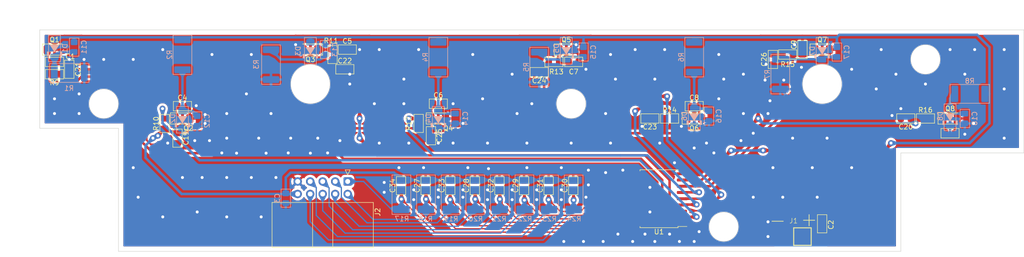
<source format=kicad_pcb>
(kicad_pcb (version 20221018) (generator pcbnew)
  (layers (0 "F.Cu" signal) (31 "B.Cu" signal) (34 "B.Paste" user) (35 "F.Paste" user) (36 "B.SilkS" user "B.Silkscreen") (37 "F.SilkS" user "F.Silkscreen") (38 "B.Mask" user) (39 "F.Mask" user) (44 "Edge.Cuts" user))
  (net 0 "")
  (net 1 "GNDA")
  (net 2 "/OUT1")
  (net 3 "/+24_LED_1")
  (net 4 "/+24_FT_1")
  (net 5 "/OUT2")
  (net 6 "/OUT3")
  (net 7 "/OUT4")
  (net 8 "/OUT5")
  (net 9 "/OUT6")
  (net 10 "/OUT7")
  (net 11 "/OUT8")
  (net 12 "Net-(D1-K)")
  (net 13 "Net-(D2-A)")
  (net 14 "Net-(D3-K)")
  (net 15 "Net-(D4-A)")
  (net 16 "Net-(D5-K)")
  (net 17 "Net-(D6-A)")
  (net 18 "Net-(D7-K)")
  (net 19 "Net-(D8-A)")
  (net 20 "/PhotoTransistor1/OUT")
  (net 21 "/PhotoTransistor2/OUT")
  (net 22 "/PhotoTransistor3/OUT")
  (net 23 "/PhotoTransistor4/OUT")
  (net 24 "/PhotoTransistor5/OUT")
  (net 25 "/PhotoTransistor6/OUT")
  (net 26 "/PhotoTransistor7/OUT")
  (net 27 "/PhotoTransistor8/OUT")
  (footprint "PCM_Resistor_SMD_AKL:R_0805_2012Metric_Pad1.20x1.40mm_HandSolder" (layer "F.Cu") (at 138.42 81.6575 90)
    (fp_text reference "C30")
    (fp_text value "0,1uF 100V 0805")
  )
  (footprint "Diode_SMD:D_1206_3216Metric_Pad1.42x1.75mm_HandSolder" (layer "F.Cu") (at 189.0125 54)
    (fp_text reference "Q7")
    (fp_text value "PT91-21B/TR7 (1206)")
  )
  (footprint "Diode_SMD:D_1206_3216Metric_Pad1.42x1.75mm_HandSolder" (layer "F.Cu") (at 85.0125 54 180)
    (fp_text reference "Q3")
    (fp_text value "PT91-21B/TR7 (1206)")
  )
  (footprint "PCM_Resistor_SMD_AKL:R_0805_2012Metric_Pad1.20x1.40mm_HandSolder" (layer "F.Cu") (at 123.42 81.6575 90)
    (fp_text reference "C32")
    (fp_text value "0,1uF 100V 0805")
  )
  (footprint "PCM_Resistor_SMD_AKL:R_0805_2012Metric_Pad1.20x1.40mm_HandSolder" (layer "F.Cu") (at 128.42 81.6575 90)
    (fp_text reference "C29")
    (fp_text value "0,1uF 100V 0805")
  )
  (footprint "PCM_Resistor_SMD_AKL:R_0805_2012Metric_Pad1.20x1.40mm_HandSolder" (layer "F.Cu") (at 179 56 -90)
    (fp_text reference "C26")
    (fp_text value "0,1uF 100V 0805")
  )
  (footprint "PCM_Resistor_SMD_AKL:R_0805_2012Metric_Pad1.20x1.40mm_HandSolder" (layer "F.Cu") (at 138.5 56.5)
    (fp_text reference "C7")
    (fp_text value "0,1uF 100V 0805")
  )
  (footprint "PCM_Resistor_SMD_AKL:R_0805_2012Metric_Pad1.20x1.40mm_HandSolder" (layer "F.Cu") (at 103.42 81.6575 90)
    (fp_text reference "C34")
    (fp_text value "0,1uF 100V 0805")
  )
  (footprint "PCM_Resistor_SMD_AKL:R_0805_2012Metric_Pad1.20x1.40mm_HandSolder" (layer "F.Cu") (at 182 55)
    (fp_text reference "R15")
    (fp_text value "0805-24 кОм±5%-0,125 Вт")
  )
  (footprint "Connector_IDC:IDC-Header_2x05_P2.54mm_Horizontal" (layer "F.Cu") (at 92.58 80.8025 -90)
    (fp_text reference "J2")
    (fp_text value "DS1013-01-10RSiB-B")
  )
  (footprint "PCM_Resistor_SMD_AKL:R_0805_2012Metric_Pad1.20x1.40mm_HandSolder" (layer "F.Cu") (at 33 56.5)
    (fp_text reference "C1")
    (fp_text value "0,1uF 100V 0805")
  )
  (footprint "PCM_Resistor_SMD_AKL:R_0805_2012Metric_Pad1.20x1.40mm_HandSolder" (layer "F.Cu") (at 131.5 58.6 180)
    (fp_text reference "C24")
    (fp_text value "0,1uF 100V 0805")
  )
  (footprint "PCM_Resistor_SMD_AKL:R_0805_2012Metric_Pad1.20x1.40mm_HandSolder" (layer "F.Cu") (at 107 69 90)
    (fp_text reference "R12")
    (fp_text value "0805-24 кОм±5%-0,125 Вт")
  )
  (footprint "PCM_Resistor_SMD_AKL:R_0805_2012Metric_Pad1.20x1.40mm_HandSolder" (layer "F.Cu") (at 92 58)
    (fp_text reference "C22")
    (fp_text value "0,1uF 100V 0805")
  )
  (footprint "PCM_Resistor_SMD_AKL:R_0805_2012Metric_Pad1.20x1.40mm_HandSolder" (layer "F.Cu") (at 206 68 180)
    (fp_text reference "C20")
    (fp_text value "0,1uF 100V 0805")
  )
  (footprint "PCM_Resistor_SMD_AKL:R_0805_2012Metric_Pad1.20x1.40mm_HandSolder" (layer "F.Cu") (at 59 65.5)
    (fp_text reference "C4")
    (fp_text value "0,1uF 100V 0805")
  )
  (footprint "PCM_Resistor_SMD_AKL:R_0805_2012Metric_Pad1.20x1.40mm_HandSolder" (layer "F.Cu") (at 33 59 180)
    (fp_text reference "R9")
    (fp_text value "0805-24 кОм±5%-0,125 Вт")
  )
  (footprint "PCM_Resistor_SMD_AKL:R_0805_2012Metric_Pad1.20x1.40mm_HandSolder" (layer "F.Cu") (at 118.42 81.6575 90)
    (fp_text reference "C28")
    (fp_text value "0,1uF 100V 0805")
  )
  (footprint "PCM_Resistor_SMD_AKL:R_0805_2012Metric_Pad1.20x1.40mm_HandSolder" (layer "F.Cu") (at 55.375 69.025 90)
    (fp_text reference "R10")
    (fp_text value "0805-24 кОм±5%-0,125 Вт")
  )
  (footprint "PCM_Resistor_SMD_AKL:R_0805_2012Metric_Pad1.20x1.40mm_HandSolder" (layer "F.Cu") (at 108.42 81.6575 90)
    (fp_text reference "C27")
    (fp_text value "0,1uF 100V 0805")
  )
  (footprint "Diode_SMD:D_1206_3216Metric_Pad1.42x1.75mm_HandSolder" (layer "F.Cu") (at 111 68)
    (fp_text reference "Q4")
    (fp_text value "PT91-21B/TR7 (1206)")
  )
  (footprint "Diode_SMD:D_1206_3216Metric_Pad1.42x1.75mm_HandSolder" (layer "F.Cu") (at 215.0125 68)
    (fp_text reference "Q8")
    (fp_text value "PT91-21B/TR7 (1206)")
  )
  (footprint "PCM_Resistor_SMD_AKL:R_0805_2012Metric_Pad1.20x1.40mm_HandSolder" (layer "F.Cu") (at 189 89.4 90)
    (fp_text reference "C2")
    (fp_text value "0,1uF 100V 0805")
  )
  (footprint "PCM_Resistor_SMD_AKL:R_0805_2012Metric_Pad1.20x1.40mm_HandSolder" (layer "F.Cu") (at 133.42 81.6575 90)
    (fp_text reference "C31")
    (fp_text value "0,1uF 100V 0805")
  )
  (footprint "PCM_Resistor_SMD_AKL:R_0805_2012Metric_Pad1.20x1.40mm_HandSolder" (layer "F.Cu") (at 154 68 180)
    (fp_text reference "C23")
    (fp_text value "0,1uF 100V 0805")
  )
  (footprint "PCM_Resistor_SMD_AKL:R_0805_2012Metric_Pad1.20x1.40mm_HandSolder" (layer "F.Cu") (at 163 65.5)
    (fp_text reference "C8")
    (fp_text value "0,1uF 100V 0805")
  )
  (footprint "Diode_SMD:D_1206_3216Metric_Pad1.42x1.75mm_HandSolder" (layer "F.Cu") (at 137.0125 54)
    (fp_text reference "Q5")
    (fp_text value "PT91-21B/TR7 (1206)")
  )
  (footprint "PCM_Resistor_SMD_AKL:R_0805_2012Metric_Pad1.20x1.40mm_HandSolder" (layer "F.Cu") (at 36 58 90)
    (fp_text reference "C21")
    (fp_text value "0,1uF 100V 0805")
  )
  (footprint "PCM_Resistor_SMD_AKL:R_0805_2012Metric_Pad1.20x1.40mm_HandSolder" (layer "F.Cu") (at 158 68)
    (fp_text reference "R14")
    (fp_text value "0805-24 кОм±5%-0,125 Вт")
  )
  (footprint "PCM_Resistor_SMD_AKL:R_0805_2012Metric_Pad1.20x1.40mm_HandSolder" (layer "F.Cu") (at 92.5 54)
    (fp_text reference "C5")
    (fp_text value "0,1uF 100V 0805")
  )
  (footprint "PCM_Resistor_SMD_AKL:R_0805_2012Metric_Pad1.20x1.40mm_HandSolder" (layer "F.Cu") (at 215 71)
    (fp_text reference "C10" hide)
    (fp_text value "0,1uF 100V 0805")
  )
  (footprint "PCM_Resistor_SMD_AKL:R_0805_2012Metric_Pad1.20x1.40mm_HandSolder" (layer "F.Cu") (at 111 65)
    (fp_text reference "C6")
    (fp_text value "0,1uF 100V 0805")
  )
  (footprint "PCM_Resistor_SMD_AKL:R_0805_2012Metric_Pad1.20x1.40mm_HandSolder" (layer "F.Cu") (at 89.5 55 90)
    (fp_text reference "R11")
    (fp_text value "0805-24 кОм±5%-0,125 Вт")
  )
  (footprint "Diode_SMD:D_1206_3216Metric_Pad1.42x1.75mm_HandSolder" (layer "F.Cu") (at 163.0125 68)
    (fp_text reference "Q6")
    (fp_text value "PT91-21B/TR7 (1206)")
  )
  (footprint "Package_SO:SOIC-18W_7.5x11.6mm_P1.27mm" (layer "F.Cu") (at 155.85 84.31 180)
    (fp_text reference "U1")
    (fp_text value "ULN2803A (SOIC-18)")
  )
  (footprint "PCM_Resistor_SMD_AKL:R_0805_2012Metric_Pad1.20x1.40mm_HandSolder" (layer "F.Cu") (at 134.5 56.5)
    (fp_text reference "R13")
    (fp_text value "0805-24 кОм±5%-0,125 Вт")
  )
  (footprint "Diode_SMD:D_1206_3216Metric_Pad1.42x1.75mm_HandSolder" (layer "F.Cu") (at 59.0125 68)
    (fp_text reference "Q2")
    (fp_text value "PT91-21B/TR7 (1206)")
  )
  (footprint "PCM_Resistor_SMD_AKL:R_0805_2012Metric_Pad1.20x1.40mm_HandSolder" (layer "F.Cu") (at 185 54 90)
    (fp_text reference "C9")
    (fp_text value "0,1uF 100V 0805")
  )
  (footprint "PCM_Resistor_SMD_AKL:R_0805_2012Metric_Pad1.20x1.40mm_HandSolder" (layer "F.Cu") (at 109.5 71.5 -90)
    (fp_text reference "C25")
    (fp_text value "0,1uF 100V 0805")
  )
  (footprint "PCM_Resistor_SMD_AKL:R_0805_2012Metric_Pad1.20x1.40mm_HandSolder" (layer "F.Cu") (at 210 68)
    (fp_text reference "R16")
    (fp_text value "0805-24 кОм±5%-0,125 Вт")
  )
  (footprint "PCM_Resistor_SMD_AKL:R_0805_2012Metric_Pad1.20x1.40mm_HandSolder" (layer "F.Cu") (at 113.42 81.6575 90)
    (fp_text reference "C33")
    (fp_text value "0,1uF 100V 0805")
  )
  (footprint "Connector:PAD_3x3mm_02" (layer "F.Cu") (at 185 94.54 180)
    (fp_text reference "J1")
    (fp_text value "Conn_01x02_Socket")
  )
  (footprint "PCM_Resistor_SMD_AKL:R_0805_2012Metric_Pad1.20x1.40mm_HandSolder" (layer "F.Cu") (at 58 72 -90)
    (fp_text reference "C19")
    (fp_text value "0,1uF 100V 0805")
  )
  (footprint "Diode_SMD:D_1206_3216Metric_Pad1.42x1.75mm_HandSolder" (layer "F.Cu") (at 33.0125 54)
    (fp_text reference "Q1")
    (fp_text value "PT91-21B/TR7 (1206)")
  )
  (footprint "PCM_Resistor_SMD_AKL:R_0805_2012Metric_Pad1.20x1.40mm_HandSolder" (layer "B.Cu") (at 37 53.5 -90)
    (fp_text reference "C11")
    (fp_text value "0,1uF 100V 0805")
  )
  (footprint "PCM_Resistor_SMD_AKL:R_2512_6332Metric_Pad1.40x3.35mm_HandSolder" (layer "B.Cu") (at 131.5 57.55 -90)
    (fp_text reference "R5")
    (fp_text value "2512-1,2 кОм±5%-1 Вт")
  )
  (footprint "PCM_Diode_SMD_Handsoldering_AKL:D_MiniMELF" (layer "B.Cu") (at 215 67.75 90)
    (fp_text reference "D8")
    (fp_text value "TSML1020" hide)
  )
  (footprint "PCM_Resistor_SMD_AKL:R_0805_2012Metric_Pad1.20x1.40mm_HandSolder" (layer "B.Cu") (at 166 67.5 -90)
    (fp_text reference "C16")
    (fp_text value "0,1uF 100V 0805")
  )
  (footprint "PCM_Resistor_SMD_AKL:R_0805_2012Metric_Pad1.20x1.40mm_HandSolder" (layer "B.Cu") (at 88 54 -90)
    (fp_text reference "C13")
    (fp_text value "0,1uF 100V 0805")
  )
  (footprint "PCM_Resistor_SMD_AKL:R_2512_6332Metric_Pad1.52x3.35mm_HandSolder" (layer "B.Cu") (at 108.5 83.4875 90)
    (fp_text reference "R18")
    (fp_text value "2512-1 кОм±5%-1 Вт")
  )
  (footprint "PCM_Resistor_SMD_AKL:R_2512_6332Metric_Pad1.52x3.35mm_HandSolder" (layer "B.Cu") (at 138.5 83.5125 90)
    (fp_text reference "R24")
    (fp_text value "2512-1 кОм±5%-1 Вт")
  )
  (footprint "PCM_Resistor_SMD_AKL:R_2512_6332Metric_Pad1.52x3.35mm_HandSolder" (layer "B.Cu") (at 123.5 83.4875 90)
    (fp_text reference "R21")
    (fp_text value "2512-1 кОм±5%-1 Вт")
  )
  (footprint "PCM_Resistor_SMD_AKL:R_2512_6332Metric_Pad1.52x3.35mm_HandSolder" (layer "B.Cu") (at 128.5 83.4875 90)
    (fp_text reference "R22")
    (fp_text value "2512-1 кОм±5%-1 Вт")
  )
  (footprint "PCM_Resistor_SMD_AKL:R_2512_6332Metric_Pad1.40x3.35mm_HandSolder" (layer "B.Cu") (at 163 55.55 -90)
    (fp_text reference "R6")
    (fp_text value "2512-1,2 кОм±5%-1 Вт")
  )
  (footprint "PCM_Diode_SMD_Handsoldering_AKL:D_MiniMELF" (layer "B.Cu") (at 163 67.75 90)
    (fp_text reference "D6")
    (fp_text value "TSML1020" hide)
  )
  (footprint "PCM_Diode_SMD_Handsoldering_AKL:D_MiniMELF" (layer "B.Cu") (at 111 68.25 90)
    (fp_text reference "D4")
    (fp_text value "TSML1020" hide)
  )
  (footprint "PCM_Resistor_SMD_AKL:R_0805_2012Metric_Pad1.20x1.40mm_HandSolder" (layer "B.Cu") (at 192 54.5 -90)
    (fp_text reference "C17")
    (fp_text value "0,1uF 100V 0805")
  )
  (footprint "PCM_Resistor_SMD_AKL:R_0805_2012Metric_Pad1.20x1.40mm_HandSolder" (layer "B.Cu") (at 218 68 -90)
    (fp_text reference "C18")
    (fp_text value "0,1uF 100V 0805")
  )
  (footprint "PCM_Resistor_SMD_AKL:R_0805_2012Metric_Pad1.20x1.40mm_HandSolder" (layer "B.Cu") (at 62 68.5 -90)
    (fp_text reference "C12")
    (fp_text value "0,1uF 100V 0805")
  )
  (footprint "PCM_Resistor_SMD_AKL:R_2512_6332Metric_Pad1.40x3.35mm_HandSolder" (layer "B.Cu") (at 219 63 180)
    (fp_text reference "R8")
    (fp_text value "2512-1,2 кОм±5%-1 Вт")
  )
  (footprint "PCM_Resistor_SMD_AKL:R_0805_2012Metric_Pad1.20x1.40mm_HandSolder" (layer "B.Cu") (at 80 84.2 -90)
    (fp_text reference "C3")
    (fp_text value "0,1uF 100V 0805")
  )
  (footprint "PCM_Resistor_SMD_AKL:R_2512_6332Metric_Pad1.40x3.35mm_HandSolder" (layer "B.Cu") (at 180.5 59 -90)
    (fp_text reference "R7")
    (fp_text value "2512-1,2 кОм±5%-1 Вт")
  )
  (footprint "PCM_Resistor_SMD_AKL:R_2512_6332Metric_Pad1.52x3.35mm_HandSolder" (layer "B.Cu") (at 113.5 83.4875 90)
    (fp_text reference "R19")
    (fp_text value "2512-1 кОм±5%-1 Вт")
  )
  (footprint "PCM_Resistor_SMD_AKL:R_2512_6332Metric_Pad1.40x3.35mm_HandSolder" (layer "B.Cu") (at 59 55.05 -90)
    (fp_text reference "R2")
    (fp_text value "2512-1,2 кОм±5%-1 Вт")
  )
  (footprint "PCM_Resistor_SMD_AKL:R_2512_6332Metric_Pad1.40x3.35mm_HandSolder" (layer "B.Cu") (at 36 58.75)
    (fp_text reference "R1")
    (fp_text value "2512-1,2 кОм±5%-1 Вт")
  )
  (footprint "PCM_Resistor_SMD_AKL:R_2512_6332Metric_Pad1.52x3.35mm_HandSolder" (layer "B.Cu") (at 133.5 83.5125 90)
    (fp_text reference "R23")
    (fp_text value "2512-1 кОм±5%-1 Вт")
  )
  (footprint "PCM_Diode_SMD_Handsoldering_AKL:D_MiniMELF" (layer "B.Cu") (at 59 68.25 90)
    (fp_text reference "D2")
    (fp_text value "TSML1020" hide)
  )
  (footprint "PCM_Diode_SMD_Handsoldering_AKL:D_MiniMELF" (layer "B.Cu") (at 137 54.25 90)
    (fp_text reference "D5")
    (fp_text value "TSML1020" hide)
  )
  (footprint "PCM_Resistor_SMD_AKL:R_2512_6332Metric_Pad1.40x3.35mm_HandSolder" (layer "B.Cu") (at 111 55.55 -90)
    (fp_text reference "R4")
    (fp_text value "2512-1,2 кОм±5%-1 Вт")
  )
  (footprint "PCM_Diode_SMD_Handsoldering_AKL:D_MiniMELF" (layer "B.Cu") (at 33 53.75 90)
    (fp_text reference "D1")
    (fp_text value "TSML1020" hide)
  )
  (footprint "PCM_Resistor_SMD_AKL:R_0805_2012Metric_Pad1.20x1.40mm_HandSolder" (layer "B.Cu") (at 140.5 54.5 -90)
    (fp_text reference "C15")
    (fp_text value "0,1uF 100V 0805")
  )
  (footprint "PCM_Diode_SMD_Handsoldering_AKL:D_MiniMELF" (layer "B.Cu") (at 189 54.25 90)
    (fp_text reference "D7")
    (fp_text value "TSML1020" hide)
  )
  (footprint "PCM_Resistor_SMD_AKL:R_2512_6332Metric_Pad1.52x3.35mm_HandSolder" (layer "B.Cu") (at 118.5 83.4875 90)
    (fp_text reference "R20")
    (fp_text value "2512-1 кОм±5%-1 Вт")
  )
  (footprint "PCM_Diode_SMD_Handsoldering_AKL:D_MiniMELF" (layer "B.Cu") (at 85 54.25 90)
    (fp_text reference "D3")
    (fp_text value "TSML1020" hide)
  )
  (footprint "PCM_Resistor_SMD_AKL:R_2512_6332Metric_Pad1.40x3.35mm_HandSolder" (layer "B.Cu") (at 77 57.05 -90)
    (fp_text reference "R3")
    (fp_text value "2512-1,2 кОм±5%-1 Вт")
  )
  (footprint "PCM_Resistor_SMD_AKL:R_0805_2012Metric_Pad1.20x1.40mm_HandSolder" (layer "B.Cu") (at 114.5 68 -90)
    (fp_text reference "C14")
    (fp_text value "0,1uF 100V 0805")
  )
  (footprint "PCM_Resistor_SMD_AKL:R_2512_6332Metric_Pad1.52x3.35mm_HandSolder" (layer "B.Cu") (at 103.5 83.4875 90)
    (fp_text reference "R17")
    (fp_text value "2512-1 кОм±5%-1 Вт")
  )
  (gr_line (start 30 70) (end 30 50) (stroke (width 0.1)) (layer "Edge.Cuts"))
  (gr_line (start 230 50) (end 230 75) (stroke (width 0.1)) (layer "Edge.Cuts"))
  (gr_line (start 30 70) (end 46 70) (stroke (width 0.1)) (layer "Edge.Cuts"))
  (gr_line (start 46 70) (end 46 75) (stroke (width 0.1)) (layer "Edge.Cuts"))
  (gr_circle (center 43 65) (end 46 65) (stroke (width 0.1)) (fill none) (layer "Edge.Cuts"))
  (gr_circle (center 189 61) (end 193 61) (stroke (width 0.1)) (fill none) (layer "Edge.Cuts"))
  (gr_line (start 46 95) (end 46 75) (stroke (width 0.1)) (layer "Edge.Cuts"))
  (gr_line (start 205 95) (end 46 95) (stroke (width 0.1)) (layer "Edge.Cuts"))
  (gr_circle (center 138 65) (end 141 65) (stroke (width 0.1)) (fill none) (layer "Edge.Cuts"))
  (gr_line (start 30 50) (end 230 50) (stroke (width 0.1)) (layer "Edge.Cuts"))
  (gr_circle (center 169 90) (end 172 90) (stroke (width 0.1)) (fill none) (layer "Edge.Cuts"))
  (gr_line (start 230 75) (end 205 75) (stroke (width 0.1)) (layer "Edge.Cuts"))
  (gr_circle (center 210 56) (end 213 56) (stroke (width 0.1)) (fill none) (layer "Edge.Cuts"))
  (gr_circle (center 85 61) (end 89 61) (stroke (width 0.1)) (fill none) (layer "Edge.Cuts"))
  (gr_line (start 205 75) (end 205 95) (stroke (width 0.1)) (layer "Edge.Cuts"))
  (gr_text "-" (at 178 90.4) (layer "F.SilkS") (effects (font (size 3 3)) (justify left bottom)))
  (gr_text "+" (at 184.4 90.2) (layer "F.SilkS") (effects (font (size 3 3)) (justify left bottom)))
  (segment (start 216 68.5) (end 216.5 68) (width 0.5) (layer "F.Cu") (net 1))
  (segment (start 164 65.5) (end 164 64) (width 0.5) (layer "F.Cu") (net 1))
  (segment (start 185 53) (end 185 51.5) (width 0.5) (layer "F.Cu") (net 1))
  (segment (start 83.525 54) (end 83.525 51.525) (width 0.5) (layer "F.Cu") (net 1))
  (segment (start 97 59.5) (end 100.5 63) (width 1) (layer "F.Cu") (net 1))
  (segment (start 176.5 51.5) (end 185 51.5) (width 1) (layer "F.Cu") (net 1))
  (segment (start 168 60) (end 169 60) (width 1) (layer "F.Cu") (net 1))
  (segment (start 60 65.5) (end 60 64) (width 0.5) (layer "F.Cu") (net 1))
  (segment (start 93.5 52) (end 93 51.5) (width 0.5) (layer "F.Cu") (net 1))
  (segment (start 67 57) (end 76.5 57) (width 1) (layer "F.Cu") (net 1))
  (segment (start 138.5 52.5) (end 138.5 51.5) (width 0.5) (layer "F.Cu") (net 1))
  (segment (start 34.5 52) (end 34.5 54) (width 1) (layer "F.Cu") (net 1))
  (segment (start 112 63) (end 116 63) (width 1) (layer "F.Cu") (net 1))
  (segment (start 127.5 51.5) (end 138.5 51.5) (width 1) (layer "F.Cu") (net 1))
  (segment (start 139.5 55) (end 138.5 54) (width 0.5) (layer "F.Cu") (net 1))
  (segment (start 216 71) (end 216 68.5) (width 0.5) (layer "F.Cu") (net 1))
  (segment (start 100.5 63) (end 112 63) (width 1) (layer "F.Cu") (net 1))
  (segment (start 164 67.5) (end 164.5 68) (width 0.5) (layer "F.Cu") (net 1))
  (segment (start 34 54.5) (end 34.5 54) (width 0.5) (layer "F.Cu") (net 1))
  (segment (start 60.5 68) (end 60.5 66) (width 0.5) (layer "F.Cu") (net 1))
  (segment (start 82 53) (end 82 51.5) (width 1) (layer "F.Cu") (net 1))
  (segment (start 34 56.5) (end 34 54.5) (width 0.5) (layer "F.Cu") (net 1))
  (segment (start 142 51.5) (end 145.5 55) (width 1) (layer "F.Cu") (net 1))
  (segment (start 50.5 54.5) (end 41.5 54.5) (width 1) (layer "F.Cu") (net 1))
  (segment (start 185 51.5) (end 190.5 51.5) (width 1) (layer "F.Cu") (net 1))
  (segment (start 60 64) (end 67 57) (width 1) (layer "F.Cu") (net 1))
  (segment (start 145.5 55) (end 146 55) (width 1) (layer "F.Cu") (net 1))
  (segment (start 146 55.5) (end 146 55.5) (width 1) (layer "F.Cu") (net 1))
  (segment (start 93.5 54) (end 93.5 52) (width 0.5) (layer "F.Cu") (net 1))
  (segment (start 93 51.5) (end 97 51.5) (width 1) (layer "F.Cu") (net 1))
  (segment (start 164 64) (end 168 60) (width 1) (layer "F.Cu") (net 1))
  (segment (start 216.5 65.5) (end 216.5 68) (width 1) (layer "F.Cu") (net 1))
  (segment (start 190.5 51.5) (end 194 51.5) (width 1) (layer "F.Cu") (net 1))
  (segment (start 214 63) (end 216.5 65.5) (width 1) (layer "F.Cu") (net 1))
  (segment (start 190.5 55) (end 190.5 51.5) (width 0.5) (layer "F.Cu") (net 1))
  (segment (start 112 65) (end 112 67.5125) (width 0.5) (layer "F.Cu") (net 1))
  (segment (start 169 59) (end 176.5 51.5) (width 1) (layer "F.Cu") (net 1))
  (segment (start 83.525 51.525) (end 83.5 51.5) (width 0.5) (layer "F.Cu") (net 1))
  (segment (start 60.5 66) (end 60 65.5) (width 0.5) (layer "F.Cu") (net 1))
  (segment (start 97 51.5) (end 97 59.5) (width 1) (layer "F.Cu") (net 1))
  (segment (start 82 51.5) (end 83.5 51.5) (width 1) (layer "F.Cu") (net 1))
  (segment (start 76.5 57) (end 80.5 53) (width 1) (layer "F.Cu") (net 1))
  (segment (start 41.5 54.5) (end 38.5 51.5) (width 1) (layer "F.Cu") (net 1))
  (segment (start 138.5 54) (end 138.5 53.5) (width 0.5) (layer "F.Cu") (net 1))
  (segment (start 139.5 56.5) (end 139.5 55) (width 0.5) (layer "F.Cu") (net 1))
  (segment (start 205.5 63) (end 214 63) (width 1) (layer "F.Cu") (net 1))
  (segment (start 146 55) (end 146 55.5) (width 1) (layer "F.Cu") (net 1))
  (segment (start 80.5 53) (end 82 53) (width 1) (layer "F.Cu") (net 1))
  (segment (start 169 60) (end 169 59) (width 1) (layer "F.Cu") (net 1))
  (segment (start 138.5 51.5) (end 142 51.5) (width 1) (layer "F.Cu") (net 1))
  (segment (start 146 55.5) (end 155.5 55.5) (width 1) (layer "F.Cu") (net 1))
  (segment (start 155.5 55.5) (end 164 64) (width 1) (layer "F.Cu") (net 1))
  (segment (start 138.5 53.5) (end 139 53) (width 0.5) (layer "F.Cu") (net 1))
  (segment (start 38.5 51.5) (end 35 51.5) (width 1) (layer "F.Cu") (net 1))
  (segment (start 194 51.5) (end 205.5 63) (width 1) (layer "F.Cu") (net 1))
  (segment (start 116 63) (end 127.5 51.5) (width 1) (layer "F.Cu") (net 1))
  (segment (start 83.5 51.5) (end 93 51.5) (width 1) (layer "F.Cu") (net 1))
  (segment (start 35 51.5) (end 34.5 52) (width 1) (layer "F.Cu") (net 1))
  (segment (start 112 63) (end 112 65) (width 0.5) (layer "F.Cu") (net 1))
  (segment (start 82 51.5) (end 82 51.5) (width 1) (layer "F.Cu") (net 1))
  (segment (start 164 65.5) (end 164 67.5) (width 0.5) (layer "F.Cu") (net 1))
  (segment (start 60 64) (end 50.5 54.5) (width 1) (layer "F.Cu") (net 1))
  (segment (start 139 53) (end 138.5 52.5) (width 0.5) (layer "F.Cu") (net 1))
  (segment (start 112 67.5125) (end 112.4875 68) (width 0.5) (layer "F.Cu") (net 1))
  (via (at 226 62) (size 1.2) (drill 0.6) (layers "F.Cu" "B.Cu") (net 1))
  (via (at 68 80) (size 1.2) (drill 0.6) (layers "F.Cu" "B.Cu") (net 1))
  (via (at 218 71.2) (size 1.2) (drill 0.6) (layers "F.Cu" "B.Cu") (net 1))
  (via (at 86.5 72) (size 1.2) (drill 0.6) (layers "F.Cu" "B.Cu") (net 1))
  (via (at 93 59) (size 1.2) (drill 0.6) (layers "F.Cu" "B.Cu") (net 1))
  (via (at 61.5 72.5) (size 1.2) (drill 0.6) (layers "F.Cu" "B.Cu") (net 1))
  (via (at 164 91) (size 1.2) (drill 0.6) (layers "F.Cu" "B.Cu") (net 1))
  (via (at 141.5 78.5) (size 1.2) (drill 0.6) (layers "F.Cu" "B.Cu") (net 1))
  (via (at 64.5 72.5) (size 1.2) (drill 0.6) (layers "F.Cu" "B.Cu") (net 1))
  (via (at 114 65) (size 1.2) (drill 0.6) (layers "F.Cu" "B.Cu") (net 1))
  (via (at 178.4 64.4) (size 1.2) (drill 0.6) (layers "F.Cu" "B.Cu") (net 1))
  (via (at 220 54) (size 1.2) (drill 0.6) (layers "F.Cu" "B.Cu") (net 1))
  (via (at 50 84) (size 1.2) (drill 0.6) (layers "F.Cu" "B.Cu") (net 1))
  (via (at 129 78) (size 1.2) (drill 0.6) (layers "F.Cu" "B.Cu") (net 1))
  (via (at 38 63) (size 1.2) (drill 0.6) (layers "F.Cu" "B.Cu") (net 1))
  (via (at 74.5 72) (size 1.2) (drill 0.6) (layers "F.Cu" "B.Cu") (net 1))
  (via (at 183 72) (size 1.2) (drill 0.6) (layers "F.Cu" "B.Cu") (net 1))
  (via (at 160 93) (size 1.2) (drill 0.6) (layers "F.Cu" "B.Cu") (net 1))
  (via (at 168 55) (size 1.2) (drill 0.6) (layers "F.Cu" "B.Cu") (net 1))
  (via (at 49 78) (size 1.2) (drill 0.6) (layers "F.Cu" "B.Cu") (net 1))
  (via (at 106 82.5) (size 1.2) (drill 0.6) (layers "F.Cu" "B.Cu") (net 1))
  (via (at 118 55) (size 1.2) (drill 0.6) (layers "F.Cu" "B.Cu") (net 1))
  (via (at 121 73) (size 1.2) (drill 0.6) (layers "F.Cu" "B.Cu") (net 1))
  (via (at 120 64) (size 1.2) (drill 0.6) (layers "F.Cu" "B.Cu") (net 1))
  (via (at 116 84) (size 1.2) (drill 0.6) (layers "F.Cu" "B.Cu") (net 1))
  (via (at 68 88) (size 1.2) (drill 0.6) (layers "F.Cu" "B.Cu") (net 1))
  (via (at 98 65) (size 1.2) (drill 0.6) (layers "F.Cu" "B.Cu") (net 1))
  (via (at 106 84.5) (size 1.2) (drill 0.6) (layers "F.Cu" "B.Cu") (net 1))
  (via (at 63 80) (size 1.2) (drill 0.6) (layers "F.Cu" "B.Cu") (net 1))
  (via (at 195 78) (size 1.2) (drill 0.6) (layers "F.Cu" "B.Cu") (net 1))
  (via (at 100 83) (size 1.2) (drill 0.6) (layers "F.Cu" "B.Cu") (net 1))
  (via (at 150.5 93) (size 1.2) (drill 0.6) (layers "F.Cu" "B.Cu") (net 1))
  (via (at 205 66) (size 1.2) (drill 0.6) (layers "F.Cu" "B.Cu") (net 1))
  (via (at 73 80) (size 1.2) (drill 0.6) (layers "F.Cu" "B.Cu") (net 1))
  (via (at 93 61) (size 1.2) (drill 0.6) (layers "F.Cu" "B.Cu") (net 1))
  (via (at 114 73) (size 1.2) (drill 0.6) (layers "F.Cu" "B.Cu") (net 1))
  (via (at 147.5 91.5) (size 1.2) (drill 0.6) (layers "F.Cu" "B.Cu") (net 1))
  (via (at 88.5 75) (size 1.2) (drill 0.6) (layers "F.Cu" "B.Cu") (net 1))
  (via (at 99 54) (size 1.2) (drill 0.6) (layers "F.Cu" "B.Cu") (net 1))
  (via (at 155 93) (size 1.2) (drill 0.6) (layers "F.Cu" "B.Cu") (net 1))
  (via (at 218 59) (size 1.2) (drill 0.6) (layers "F.Cu" "B.Cu") (net 1))
  (via (at 99 73) (size 1.2) (drill 0.6) (layers "F.Cu" "B.Cu") (net 1))
  (via (at 148.5 78.5) (size 1.2) (drill 0.6) (layers "F.Cu" "B.Cu") (net 1))
  (via (at 131 84.5) (size 1.2) (drill 0.6) (layers "F.Cu" "B.Cu") (net 1))
  (via (at 107 54) (size 1.2) (drill 0.6) (layers "F.Cu" "B.Cu") (net 1))
  (via (at 181.2 60.2) (size 1.2) (drill 0.6) (layers "F.Cu" "B.Cu") (net 1))
  (via (at 80.5 75) (size 1.2) (drill 0.6) (layers "F.Cu" "B.Cu") (net 1))
  (via (at 151 54) (size 1.2) (drill 0.6) (layers "F.Cu" "B.Cu") (net 1))
  (via (at 129 73) (size 1.2) (drill 0.6) (layers "F.Cu" "B.Cu") (net 1))
  (via (at 145 67) (size 1.2) (drill 0.6) (layers "F.Cu" "B.Cu") (net 1))
  (via (at 165.5 73) (size 1.2) (drill 0.6) (layers "F.Cu" "B.Cu") (net 1))
  (via (at 154 82) (size 1.2) (drill 0.6) (layers "F.Cu" "B.Cu") (net 1))
  (via (at 72 63) (size 1.2) (drill 0.6) (layers "F.Cu" "B.Cu") (net 1))
  (via (at 226 72) (size 1.2) (drill 0.6) (layers "F.Cu" "B.Cu") (net 1))
  (via (at 85 75.0495) (size 1.2) (drill 0.6) (layers "F.Cu" "B.Cu") (net 1))
  (via (at 100 81) (size 1.2) (drill 0.6) (layers "F.Cu" "B.Cu") (net 1))
  (via (at 62 87) (size 1.2) (drill 0.6) (layers "F.Cu" "B.Cu") (net 1))
  (via (at 183.4 53) (size 1.2) (drill 0.6) (layers "F.Cu" "B.Cu") (net 1))
  (via (at 163 74) (size 1.2) (drill 0.6) (layers "F.Cu" "B.Cu") (net 1))
  (via (at 177.6 57) (size 1.2) (drill 0.6) (layers "F.Cu" "B.Cu") (net 1))
  (via (at 178 89) (size 1.2) (drill 0.6) (layers "F.Cu" "B.Cu") (net 1))
  (via (at 144.5 93) (size 1.2) (drill 0.6) (layers "F.Cu" "B.Cu") (net 1))
  (via (at 195 58) (size 1.2) (drill 0.6) (layers "F.Cu" "B.Cu") (net 1))
  (via (at 201 54) (size 1.2) (drill 0.6) (layers "F.Cu" "B.Cu") (net 1))
  (via (at 63.6 69) (size 1.2) (drill 0.6) (layers "F.Cu" "B.Cu") (net 1))
  (via (at 127 67) (size 1.2) (drill 0.6) (layers "F.Cu" "B.Cu") (net 1))
  (via (at 175 84) (size 1.2) (drill 0.6) (layers "F.Cu" "B.Cu") (net 1))
  (via (at 141.5 81.5) (size 1.2) (drill 0.6) (layers "F.Cu" "B.Cu") (net 1))
  (via (at 108 78) (size 1.2) (drill 0.6) (layers "F.Cu" "B.Cu") (net 1))
  (via (at 63.6 67.2) (size 1.2) (drill 0.6) (layers "F.Cu" "B.Cu") (net 1))
  (via (at 126 59) (size 1.2) (drill 0.6) (layers "F.Cu" "B.Cu") (net 1))
  (via (at 169 60) (size 1.2) (drill 0.6) (layers "F.Cu" "B.Cu") (net 1))
  (via (at 55 54) (size 1.2) (drill 0.6) (layers "F.Cu" "B.Cu") (net 1))
  (via (at 104 65) (size 1.2) (drill 0.6) (layers "F.Cu" "B.Cu") (net 1))
  (via (at 121.2 78.2) (size 1.2) (drill 0.6) (layers "F.Cu" "B.Cu") (net 1))
  (via (at 61.8 65.4) (size 1.2) (drill 0.6) (layers "F.Cu" "B.Cu") (net 1))
  (via (at 179 78) (size 1.2) (drill 0.6) (layers "F.Cu" "B.Cu") (net 1))
  (via (at 146 73) (size 1.2) (drill 0.6) (layers "F.Cu" "B.Cu") (net 1))
  (via (at 73 55) (size 1.2) (drill 0.6) (layers "F.Cu" "B.Cu") (net 1))
  (via (at 111 82.5) (size 1.2) (drill 0.6) (layers "F.Cu" "B.Cu") (net 1))
  (via (at 173 67) (size 1.2) (drill 0.6) (layers "F.Cu" "B.Cu") (net 1))
  (via (at 126 82.5) (size 1.2) (drill 0.6) (layers "F.Cu" "B.Cu") (net 1))
  (via (at 203.2 67.4) (size 1.2) (drill 0.6) (layers "F.Cu" "B.Cu") (net 1))
  (via (at 152.4 69.6) (size 1.2) (drill 0.6) (layers "F.Cu" "B.Cu") (net 1))
  (via (at 56 73) (size 1.2) (drill 0.6) (layers "F.Cu" "B.Cu") (net 1))
  (via (at 117 78) (size 1.2) (drill 0.6) (layers "F.Cu" "B.Cu") (net 1))
  (via (at 184.8 57.6) (size 1.2) (drill 0.6) (layers "F.Cu" "B.Cu") (net 1))
  (via (at 146 55) (size 1.2) (drill 0.6) (layers "F.Cu" "B.Cu") (net 1))
  (via (at 70 75.0495) (size 1.2) (drill 0.6) (layers "F.Cu" "B.Cu") (net 1))
  (via (at 49 56) (size 1.2) (drill 0.6) (layers "F.Cu" "B.Cu") (net 1))
  (via (at 215 54) (size 1.2) (drill 0.6) (layers "F.Cu" "B.Cu") (net 1))
  (via (at 153 91.5) (size 1.2) (drill 0.6) (layers "F.Cu" "B.Cu") (net 1))
  (via (at 39 56) (size 1.2) (drill 0.6) (layers "F.Cu" "B.Cu") (net 1))
  (via (at 59 80) (size 1.2) (drill 0.6) (layers "F.Cu" "B.Cu") (net 1))
  (via (at 138 73) (size 1.2) (drill 0.6) (layers "F.Cu" "B.Cu") (net 1))
  (via (at 139 53) (size 1.2) (drill 0.6) (layers "F.Cu" "B.Cu") (net 1))
  (via (at 75 88) (size 1.2) (drill 0.6) (layers "F.Cu" "B.Cu") (net 1))
  (via (at 130 65) (size 1.2) (drill 0.6) (layers "F.Cu" "B.Cu") (net 1))
  (via (at 157 54) (size 1.2) (drill 0.6) (layers "F.Cu" "B.Cu") (net 1))
  (via (at 77 67) (size 1.2) (drill 0.6) (layers "F.Cu" "B.Cu") (net 1))
  (via (at 136 78) (size 1.2) (drill 0.6) (layers "F.Cu" "B.Cu") (net 1))
  (via (at 121 84.5) (size 1.2) (drill 0.6) (layers "F.Cu" "B.Cu") (net 1))
  (via (at 145 79) (size 1.2) (drill 0.6) (layers "F.Cu" "B.Cu") (net 1))
  (via (at 226 54) (size 1.2) (drill 0.6) (layers "F.Cu" "B.Cu") (net 1))
  (via (at 76 75.0495) (size 1.2) (drill 0.6) (layers "F.Cu" "B.Cu") (net 1))
  (via (at 188 84) (size 1.2) (drill 0.6) (layers "F.Cu" "B.Cu") (net 1))
  (via (at 172.5 72.5) (size 1.2) (drill 0.6) (layers "F.Cu" "B.Cu") (net 1))
  (via (at 147 60) (size 1.2) (drill 0.6) (layers "F.Cu" "B.Cu") (net 1))
  (via (at 168 64) (size 1.2) (drill 0.6) (layers "F.Cu" "B.Cu") (net 1))
  (via (at 65 55) (size 1.2) (drill 0.6) (layers "F.Cu" "B.Cu") (net 1))
  (via (at 81 72) (size 1.2) (drill 0.6) (layers "F.Cu" "B.Cu") (net 1))
  (via (at 173 59) (size 1.2) (drill 0.6) (layers "F.Cu" "B.Cu") (net 1))
  (via (at 121 82.5) (size 1.2) (drill 0.6) (layers "F.Cu" "B.Cu") (net 1))
  (via (at 55 88) (size 1.2) (drill 0.6) (layers "F.Cu" "B.Cu") (net 1))
  (via (at 178 67) (size 1.2) (drill 0.6) (layers "F.Cu" "B.Cu") (net 1))
  (via (at 116 82.5) (size 1.2) (drill 0.6) (layers "F.Cu" "B.Cu") (net 1))
  (via (at 131 82.5) (size 1.2) (drill 0.6) (layers "F.Cu" "B.Cu") (net 1))
  (via (at 111 84) (size 1.2) (drill 0.6) (layers "F.Cu" "B.Cu") (net 1))
  (via (at 155 60) (size 1.2) (drill 0.6) (layers "F.Cu" "B.Cu") (net 1))
  (via (at 178 92) (size 1.2) (drill 0.6) (layers "F.Cu" "B.Cu") (net 1))
  (via (at 204 59) (size 1.2) (drill 0.6) (layers "F.Cu" "B.Cu") (net 1))
  (via (at 210 61) (size 1.2) (drill 0.6) (layers "F.Cu" "B.Cu") (net 1))
  (via (at 116 69) (size 1.2) (drill 0.6) (layers "F.Cu" "B.Cu") (net 1))
  (via (at 177.4 60.2) (size 1.2) (drill 0.6) (layers "F.Cu" "B.Cu") (net 1))
  (via (at 136 84.5) (size 1.2) (drill 0.6) (layers "F.Cu" "B.Cu") (net 1))
  (via (at 68 72) (size 1.2) (drill 0.6) (layers "F.Cu" "B.Cu") (net 1))
  (via (at 159 77) (size 1.2) (drill 0.6) (layers "F.Cu" "B.Cu") (net 1))
  (via (at 163 93) (size 1.2) (drill 0.6) (layers "F.Cu" "B.Cu") (net 1))
  (via (at 187 78) (size 1.2) (drill 0.6) (layers "F.Cu" "B.Cu") (net 1))
  (via (at 175 71) (size 1.2) (drill 0.6) (layers "F.Cu" "B.Cu") (net 1))
  (via (at 33 64) (size 1.2) (drill 0.6) (layers "F.Cu" "B.Cu") (net 1))
  (via (at 67 75) (size 1.2) (drill 0.6) (layers "F.Cu" "B.Cu") (net 1))
  (via (at 68 67) (size 1.2) (drill 0.6) (layers "F.Cu" "B.Cu") (net 1))
  (via (at 140.5 93) (size 1.2) (drill 0.6) (layers "F.Cu" "B.Cu") (net 1))
  (via (at 33 67) (size 1.2) (drill 0.6) (layers "F.Cu" "B.Cu") (net 1))
  (via (at 160.4 69.6) (size 1.2) (drill 0.6) (layers "F.Cu" "B.Cu") (net 1))
  (via (at 141 58) (size 1.2) (drill 0.6) (layers "F.Cu" "B.Cu") (net 1))
  (via (at 104 60) (size 1.2) (drill 0.6) (layers "F.Cu" "B.Cu") (net 1))
  (via (at 181 84) (size 1.2) (drill 0.6) (layers "F.Cu" "B.Cu") (net 1))
  (via (at 219.8 69) (size 1.2) (drill 0.6) (layers "F.Cu" "B.Cu") (net 1))
  (via (at 36 56) (size 1.2) (drill 0.6) (layers "F.Cu" "B.Cu") (net 1))
  (via (at 200 62) (size 1.2) (drill 0.6) (layers "F.Cu" "B.Cu") (net 1))
  (via (at 136 82.5) (size 1.2) (drill 0.6) (layers "F.Cu" "B.Cu") (net 1))
  (via (at 111 73) (size 1.2) (drill 0.6) (layers "F.Cu" "B.Cu") (net 1))
  (via (at 136.5 93) (size 1.2) (drill 0.6) (layers "F.Cu" "B.Cu") (net 1))
  (via (at 167 75) (size 1.2) (drill 0.6) (layers "F.Cu" "B.Cu") (net 1))
  (via (at 190 72) (size 1.2) (drill 0.6) (layers "F.Cu" "B.Cu") (net 1))
  (via (at 43 56) (size 1.2) (drill 0.6) (layers "F.Cu" "B.Cu") (net 1))
  (via (at 126 84.5) (size 1.2) (drill 0.6) (layers "F.Cu" "B.Cu") (net 1))
  (via (at 141 84) (size 1.2) (drill 0.6) (layers "F.Cu" "B.Cu") (net 1))
  (via (at 82 53) (size 1.2) (drill 0.6) (layers "F.Cu" "B.Cu") (net 1))
  (via (at 156 73) (size 1.2) (drill 0.6) (layers "F.Cu" "B.Cu") (net 1))
  (via (at 105 73) (size 1.2) (drill 0.6) (layers "F.Cu" "B.Cu") (net 1))
  (via (at 38 67) (size 1.2) (drill 0.6) (layers "F.Cu" "B.Cu") (net 1))
  (via (at 78 80) (size 1.2) (drill 0.6) (layers "F.Cu" "B.Cu") (net 1))
  (via (at 158 91.5) (size 1.2) (drill 0.6) (layers "F.Cu" "B.Cu") (net 1))
  (via (at 103 78) (size 1.2) (drill 0.6) (layers "F.Cu" "B.Cu") (net 1))
  (via (at 91 72.5) (size 1.2) (drill 0.6) (layers "F.Cu" "B.Cu") (net 1))
  (via (at 95 54) (size 1.2) (drill 0.6) (layers "F.Cu" "B.Cu") (net 1))
  (via (at 154 87) (size 1.2) (drill 0.6) (layers "F.Cu" "B.Cu") (net 1))
  (segment (start 141.5 58.5) (end 159 58.5) (width 0.5) (layer "B.Cu") (net 1))
  (segment (start 114.5 69) (end 115.5 69) (width 0.5) (layer "B.Cu") (net 1))
  (segment (start 115.5 69) (end 116 69) (width 0.5) (layer "B.Cu") (net 1))
  (segment (start 140.5 58.5) (end 141 58) (width 0.5) (layer "B.Cu") (net 1))
  (segment (start 76.9 60) (end 77 60.1) (width 0.5) (layer "B.Cu") (net 1))
  (segment (start 66.5 62) (end 68.5 60) (width 0.5) (layer "B.Cu") (net 1))
  (segment (start 116 68.5) (end 117 67.5) (width 0.5) (layer "B.Cu") (net 1))
  (segment (start 61.5 70) (end 62 69.5) (width 0.5) (layer "B.Cu") (net 1))
  (segment (start 180.5 62.05) (end 184.975 66.525) (width 0.5) (layer "B.Cu") (net 1))
  (segment (start 185.95 67.5) (end 193.5 67.5) (width 0.5) (layer "B.Cu") (net 1))
  (segment (start 173.95 62.05) (end 180.5 62.05) (width 0.5) (layer "B.Cu") (net 1))
  (segment (start 215 69.5) (end 217.5 69.5) (width 0.5) (layer "B.Cu") (net 1))
  (segment (start 167.5 68.5) (end 173.95 62.05) (width 0.5) (layer "B.Cu") (net 1))
  (segment (start 64.3 67.2) (end 66.5 65) (width 0.5) (layer "B.Cu") (net 1))
  (segment (start 107.5 66.5) (end 111 70) (width 0.5) (layer "B.Cu") (net 1))
  (segment (start 213.5 69.5) (end 215 69.5) (width 0.5) (layer "B.Cu") (net 1))
  (segment (start 57.5 70) (end 59 70) (width 0.5) (layer "B.Cu") (net 1))
  (segment (start 117 67.5) (end 122.5 67.5) (width 0.5) (layer "B.Cu") (net 1))
  (segment (start 115.5 69) (end 115.5 69) (width 0.5) (layer "B.Cu") (net 1))
  (segment (start 163 69.5) (end 165 69.5) (width 0.5) (layer "B.Cu") (net 1))
  (segment (start 196 65) (end 209 65) (width 0.5) (layer "B.Cu") (net 1))
  (segment (start 162 69.5) (end 163 69.5) (width 0.5) (layer "B.Cu") (net 1))
  (segment (start 160 67.5) (end 162 69.5) (width 0.5) (layer "B.Cu") (net 1))
  (segment (start 57 61) (end 57 69.5) (width 0.5) (layer "B.Cu") (net 1))
  (segment (start 122.5 67.5) (end 129.4 60.6) (width 0.5) (layer "B.Cu") (net 1))
  (segment (start 63.6 67.9) (end 63.6 67.2) (width 0.5) (layer "B.Cu") (net 1))
  (segment (start 66.5 65) (end 66.5 62) (width 0.5) (layer "B.Cu") (net 1))
  (segment (start 63.6 67.2) (end 64.3 67.2) (width 0.5) (layer "B.Cu") (net 1))
  (segment (start 68.5 60) (end 76.9 60) (width 0.5) (layer "B.Cu") (net 1))
  (segment (start 39.05 58.5) (end 54.5 58.5) (width 0.5) (layer "B.Cu") (net 1))
  (segment (start 111 70) (end 113.5 70) (width 0.5) (layer "B.Cu") (net 1))
  (segment (start 141 58) (end 141.5 58.5) (width 0.5) (layer "B.Cu") (net 1))
  (segment (start 209 65) (end 213.5 69.5) (width 0.5) (layer "B.Cu") (net 1))
  (segment (start 54.5 58.5) (end 57 61) (width 0.5) (layer "B.Cu") (net 1))
  (segment (start 113.5 70) (end 114.5 69) (width 0.5) (layer "B.Cu") (net 1))
  (segment (start 80.5 66.5) (end 107.5 66.5) (width 0.5) (layer "B.Cu") (net 1))
  (segment (start 131.5 60.6) (end 133.6 58.5) (width 0.5) (layer "B.Cu") (net 1))
  (segment (start 159 58.5) (end 160 59.5) (width 0.5) (layer "B.Cu") (net 1))
  (segment (start 166 68.5) (end 167.5 68.5) (width 0.5) (layer "B.Cu") (net 1))
  (segment (start 116 69) (end 116 68.5) (width 0.5) (layer "B.Cu") (net 1))
  (segment (start 184.975 66.525) (end 185.95 67.5) (width 0.5) (layer "B.Cu") (net 1))
  (segment (start 129.4 60.6) (end 131.5 60.6) (width 0.5) (layer "B.Cu") (net 1))
  (segment (start 77 63) (end 80.5 66.5) (width 0.5) (layer "B.Cu") (net 1))
  (segment (start 133.6 58.5) (end 140.5 58.5) (width 0.5) (layer "B.Cu") (net 1))
  (segment (start 217.5 69.5) (end 218 69) (width 0.5) (layer "B.Cu") (net 1))
  (segment (start 62 69.5) (end 63.6 67.9) (width 0.5) (layer "B.Cu") (net 1))
  (segment (start 59 70) (end 61.5 70) (width 0.5) (layer "B.Cu") (net 1))
  (segment (start 57 69.5) (end 57.5 70) (width 0.5) (layer "B.Cu") (net 1))
  (segment (start 165 69.5) (end 166 68.5) (width 0.5) (layer "B.Cu") (net 1))
  (segment (start 77 60.1) (end 77 63) (width 0.5) (layer "B.Cu") (net 1))
  (segment (start 160 59.5) (end 160 67.5) (width 0.5) (layer "B.Cu") (net 1))
  (segment (start 193.5 67.5) (end 196 65) (width 0.5) (layer "B.Cu") (net 1))
  (segment (start 110.2 91.1) (end 103.5 84.4) (width 0.25) (layer "F.Cu") (net 2))
  (segment (start 103.5 84.4) (end 103.5 82.7375) (width 0.25) (layer "F.Cu") (net 2))
  (segment (start 142.6 91.1) (end 110.2 91.1) (width 0.25) (layer "F.Cu") (net 2))
  (segment (start 151.2 89.39) (end 144.31 89.39) (width 0.25) (layer "F.Cu") (net 2))
  (segment (start 144.31 89.39) (end 142.6 91.1) (width 0.25) (layer "F.Cu") (net 2))
  (segment (start 103.5 82.7375) (end 103.42 82.6575) (width 0.25) (layer "F.Cu") (net 2))
  (via (at 103.5 84.4) (size 1.2) (drill 0.6) (layers "F.Cu" "B.Cu") (net 2))
  (segment (start 95.8025 80.8025) (end 92.58 80.8025) (width 0.25) (layer "B.Cu") (net 2))
  (segment (start 101.475 86.475) (end 95.8025 80.8025) (width 0.25) (layer "B.Cu") (net 2))
  (segment (start 103.5 86.475) (end 103.5 84.4) (width 0.25) (layer "B.Cu") (net 2))
  (segment (start 103.5 86.475) (end 101.475 86.475) (width 0.25) (layer "B.Cu") (net 2))
  (segment (start 202.4 77.4) (end 187.8 92) (width 0.5) (layer "F.Cu") (net 3))
  (segment (start 187.8 92) (end 185 92) (width 0.5) (layer "F.Cu") (net 3))
  (segment (start 202.4 73.6) (end 202.4 77.4) (width 0.5) (layer "F.Cu") (net 3))
  (segment (start 203 73) (end 202.4 73.6) (width 0.5) (layer "F.Cu") (net 3))
  (via (at 203 73) (size 1.2) (drill 0.6) (layers "F.Cu" "B.Cu") (net 3))
  (segment (start 223 63) (end 223 53.5) (width 0.5) (layer "B.Cu") (net 3))
  (segment (start 85 51.5) (end 88.5 51.5) (width 0.5) (layer "B.Cu") (net 3))
  (segment (start 192.5 51) (end 192 51.5) (width 0.5) (layer "B.Cu") (net 3))
  (segment (start 223 69) (end 223 63) (width 0.5) (layer "B.Cu") (net 3))
  (segment (start 222.05 63) (end 223 63) (width 0.5) (layer "B.Cu") (net 3))
  (segment (start 192 53.5) (end 192 51.5) (width 0.5) (layer "B.Cu") (net 3))
  (segment (start 37 52.5) (end 37 51.5) (width 0.5) (layer "B.Cu") (net 3))
  (segment (start 140.5 53.5) (end 140.5 51.5) (width 0.5) (layer "B.Cu") (net 3))
  (segment (start 85 52.5) (end 85 51.5) (width 0.5) (layer "B.Cu") (net 3))
  (segment (start 88 52) (end 88.5 51.5) (width 0.5) (layer "B.Cu") (net 3))
  (segment (start 111 52.5) (end 111 51.5) (width 0.5) (layer "B.Cu") (net 3))
  (segment (start 88.5 51.5) (end 111 51.5) (width 0.5) (layer "B.Cu") (net 3))
  (segment (start 33.5 51.5) (end 37 51.5) (width 0.5) (layer "B.Cu") (net 3))
  (segment (start 163 52.5) (end 163 51.5) (width 0.5) (layer "B.Cu") (net 3))
  (segment (start 163 51.5) (end 189 51.5) (width 0.5) (layer "B.Cu") (net 3))
  (segment (start 203 73) (end 219 73) (width 0.5) (layer "B.Cu") (net 3))
  (segment (start 220.5 51) (end 192.5 51) (width 0.5) (layer "B.Cu") (net 3))
  (segment (start 223 53.5) (end 220.5 51) (width 0.5) (layer "B.Cu") (net 3))
  (segment (start 111 51.5) (end 137 51.5) (width 0.5) (layer "B.Cu") (net 3))
  (segment (start 189 53) (end 189 51.5) (width 0.5) (layer "B.Cu") (net 3))
  (segment (start 88 53) (end 88 52) (width 0.5) (layer "B.Cu") (net 3))
  (segment (start 33 52) (end 33.5 51.5) (width 0.5) (layer "B.Cu") (net 3))
  (segment (start 37 51.5) (end 85 51.5) (width 0.5) (layer "B.Cu") (net 3))
  (segment (start 137 52.5) (end 137 51.5) (width 0.5) (layer "B.Cu") (net 3))
  (segment (start 137 51.5) (end 140.5 51.5) (width 0.5) (layer "B.Cu") (net 3))
  (segment (start 140.5 51.5) (end 163 51.5) (width 0.5) (layer "B.Cu") (net 3))
  (segment (start 219 73) (end 223 69) (width 0.5) (layer "B.Cu") (net 3))
  (segment (start 189 51.5) (end 192 51.5) (width 0.5) (layer "B.Cu") (net 3))
  (segment (start 48.98995 58) (end 53 62.01005) (width 0.5) (layer "F.Cu") (net 4))
  (segment (start 53.5 71.5) (end 53 72) (width 0.5) (layer "F.Cu") (net 4))
  (segment (start 91 57) (end 91 70) (width 0.5) (layer "F.Cu") (net 4))
  (segment (start 53 62.01005) (end 53 68.25) (width 0.5) (layer "F.Cu") (net 4))
  (segment (start 132.5 70.5) (end 107.5 70.5) (width 0.5) (layer "F.Cu") (net 4))
  (segment (start 133 71) (end 132.5 70.5) (width 0.5) (layer "F.Cu") (net 4))
  (segment (start 132.5 57.5) (end 132.5 70.5) (width 0.5) (layer "F.Cu") (net 4))
  (segment (start 90 56) (end 91 57) (width 0.5) (layer "F.Cu") (net 4))
  (segment (start 34 59) (end 37 59) (width 0.5) (layer "F.Cu") (net 4))
  (segment (start 157 68) (end 157 71) (width 0.5) (layer "F.Cu") (net 4))
  (segment (start 54 71.5) (end 54 71.4) (width 0.5) (layer "F.Cu") (net 4))
  (segment (start 173 71) (end 133 71) (width 0.5) (layer "F.Cu") (net 4))
  (segment (start 133.5 56.5) (end 132.5 57.5) (width 0.5) (layer "F.Cu") (net 4))
  (segment (start 92.5 70) (end 107 70) (width 0.5) (layer "F.Cu") (net 4))
  (segment (start 54 71.4) (end 55.375 70.025) (width 0.5) (layer "F.Cu") (net 4))
  (segment (start 54 71.5) (end 53.5 71.5) (width 0.5) (layer "F.Cu") (net 4))
  (segment (start 53 68.25) (end 55.4 70.65) (width 0.5) (layer "F.Cu") (net 4))
  (segment (start 38 58) (end 48.98995 58) (width 0.5) (layer "F.Cu") (net 4))
  (segment (start 207 68) (end 209 68) (width 0.25) (layer "F.Cu") (net 4))
  (segment (start 176 68) (end 173 71) (width 0.5) (layer "F.Cu") (net 4))
  (segment (start 177 55) (end 181 55) (width 0.5) (layer "F.Cu") (net 4))
  (segment (start 89.5 56) (end 90 56) (width 0.5) (layer "F.Cu") (net 4))
  (segment (start 91 70) (end 92.5 70) (width 0.5) (layer "F.Cu") (net 4))
  (segment (start 107.5 70.5) (end 107 70) (width 0.5) (layer "F.Cu") (net 4))
  (segment (start 37 59) (end 38 58) (width 0.5) (layer "F.Cu") (net 4))
  (segment (start 155 68) (end 157 68) (width 0.5) (layer "F.Cu") (net 4))
  (segment (start 176 68) (end 176 56) (width 0.5) (layer "F.Cu") (net 4))
  (segment (start 55.4 70.65) (end 66.442463 70.65) (width 0.5) (layer "F.Cu") (net 4))
  (segment (start 66.442463 70.65) (end 67.092463 70) (width 0.5) (layer "F.Cu") (net 4))
  (segment (start 176 56) (end 177 55) (width 0.5) (layer "F.Cu") (net 4))
  (segment (start 67.092463 70) (end 91 70) (width 0.5) (layer "F.Cu") (net 4))
  (segment (start 208 69) (end 207 68) (width 0.5) (layer "F.Cu") (net 4))
  (via (at 176 68) (size 1.2) (drill 0.6) (layers "F.Cu" "B.Cu") (net 4))
  (via (at 53 72) (size 1.2) (drill 0.6) (layers "F.Cu" "B.Cu") (net 4))
  (via (at 54 71.5) (size 1.2) (drill 0.6) (layers "F.Cu" "B.Cu") (net 4))
  (via (at 208 69) (size 1.2) (drill 0.6) (layers "F.Cu" "B.Cu") (net 4))
  (segment (start 81 79) (end 80 80) (width 0.5) (layer "B.Cu") (net 4))
  (segment (start 51.5 73.5) (end 53 72) (width 0.5) (layer "B.Cu") (net 4))
  (segment (start 58.8425 83.3425) (end 51.5 76) (width 0.5) (layer "B.Cu") (net 4))
  (segment (start 177 69) (end 208 69) (width 0.5) (layer "B.Cu") (net 4))
  (segment (start 80 83.3425) (end 58.8425 83.3425) (width 0.5) (layer "B.Cu") (net 4))
  (segment (start 82.42 83.3425) (end 80 83.3425) (width 0.5) (layer "B.Cu") (net 4))
  (segment (start 108.5 80.5) (end 113.5 80.5) (width 0.5) (layer "B.Cu") (net 4))
  (segment (start 133.5 80.525) (end 138.5 80.525) (width 0.5) (layer "B.Cu") (net 4))
  (segment (start 123.5 80.5) (end 128.5 80.5) (width 0.5) (layer "B.Cu") (net 4))
  (segment (start 113.5 80.5) (end 118.5 80.5) (width 0.5) (layer "B.Cu") (net 4))
  (segment (start 133.475 80.5) (end 133.5 80.525) (width 0.5) (layer "B.Cu") (net 4))
  (segment (start 118.5 80.5) (end 123.5 80.5) (width 0.5) (layer "B.Cu") (net 4))
  (segment (start 80 80) (end 80 83.3425) (width 0.5) (layer "B.Cu") (net 4))
  (segment (start 176 68) (end 177 69) (width 0.5) (layer "B.Cu") (net 4))
  (segment (start 53.5 71.5) (end 53 72) (width 0.5) (layer "B.Cu") (net 4))
  (segment (start 103.5 80.5) (end 102 79) (width 0.5) (layer "B.Cu") (net 4))
  (segment (start 102 79) (end 81 79) (width 0.5) (layer "B.Cu") (net 4))
  (segment (start 54 71.5) (end 53.5 71.5) (width 0.5) (layer "B.Cu") (net 4))
  (segment (start 51.5 76) (end 51.5 73.5) (width 0.5) (layer "B.Cu") (net 4))
  (segment (start 128.5 80.5) (end 133.475 80.5) (width 0.5) (layer "B.Cu") (net 4))
  (segment (start 103.5 80.5) (end 108.5 80.5) (width 0.5) (layer "B.Cu") (net 4))
  (segment (start 108.5 84.4) (end 108.5 82.7375) (width 0.25) (layer "F.Cu") (net 5))
  (segment (start 151.2 88.12) (end 144.38 88.12) (width 0.25) (layer "F.Cu") (net 5))
  (segment (start 108.5 82.7375) (end 108.42 82.6575) (width 0.25) (layer "F.Cu") (net 5))
  (segment (start 144.38 88.12) (end 142.1 90.4) (width 0.25) (layer "F.Cu") (net 5))
  (segment (start 114.5 90.4) (end 108.5 84.4) (width 0.25) (layer "F.Cu") (net 5))
  (segment (start 142.1 90.4) (end 114.5 90.4) (width 0.25) (layer "F.Cu") (net 5))
  (via (at 108.5 84.4) (size 1.2) (drill 0.6) (layers "F.Cu" "B.Cu") (net 5))
  (segment (start 108.5 86.475) (end 108.5 84.4) (width 0.25) (layer "B.Cu") (net 5))
  (segment (start 92.58 83.3425) (end 97.7375 88.5) (width 0.25) (layer "B.Cu") (net 5))
  (segment (start 97.7375 88.5) (end 108 88.5) (width 0.25) (layer "B.Cu") (net 5))
  (segment (start 108 88.5) (end 108.5 88) (width 0.25) (layer "B.Cu") (net 5))
  (segment (start 108.5 88) (end 108.5 86.475) (width 0.25) (layer "B.Cu") (net 5))
  (segment (start 118.7 89.8) (end 113.4 84.5) (width 0.25) (layer "F.Cu") (net 6))
  (segment (start 113.4 84.5) (end 113.4 82.6775) (width 0.25) (layer "F.Cu") (net 6))
  (segment (start 141.6 89.8) (end 118.7 89.8) (width 0.25) (layer "F.Cu") (net 6))
  (segment (start 113.4 82.6775) (end 113.42 82.6575) (width 0.25) (layer "F.Cu") (net 6))
  (segment (start 144.55 86.85) (end 141.6 89.8) (width 0.25) (layer "F.Cu") (net 6))
  (segment (start 151.2 86.85) (end 144.55 86.85) (width 0.25) (layer "F.Cu") (net 6))
  (via (at 113.4 84.5) (size 1.2) (drill 0.6) (layers "F.Cu" "B.Cu") (net 6))
  (segment (start 110.775 89.2) (end 96.5 89.2) (width 0.25) (layer "B.Cu") (net 6))
  (segment (start 91.3 82.0625) (end 90.04 80.8025) (width 0.25) (layer "B.Cu") (net 6))
  (segment (start 91.3 84) (end 91.3 82.0625) (width 0.25) (layer "B.Cu") (net 6))
  (segment (start 113.5 86.475) (end 113.5 84.6) (width 0.25) (layer "B.Cu") (net 6))
  (segment (start 113.5 86.475) (end 110.775 89.2) (width 0.25) (layer "B.Cu") (net 6))
  (segment (start 113.5 84.6) (end 113.4 84.5) (width 0.25) (layer "B.Cu") (net 6))
  (segment (start 96.5 89.2) (end 91.3 84) (width 0.25) (layer "B.Cu") (net 6))
  (segment (start 144.62 85.58) (end 141.1 89.1) (width 0.25) (layer "F.Cu") (net 7))
  (segment (start 123.2 89.1) (end 118.5 84.4) (width 0.25) (layer "F.Cu") (net 7))
  (segment (start 141.1 89.1) (end 123.2 89.1) (width 0.25) (layer "F.Cu") (net 7))
  (segment (start 151.2 85.58) (end 144.62 85.58) (width 0.25) (layer "F.Cu") (net 7))
  (segment (start 118.5 84.4) (end 118.5 82.7375) (width 0.25) (layer "F.Cu") (net 7))
  (segment (start 118.5 82.7375) (end 118.42 82.6575) (width 0.25) (layer "F.Cu") (net 7))
  (via (at 118.5 84.4) (size 1.2) (drill 0.6) (layers "F.Cu" "B.Cu") (net 7))
  (segment (start 118.5 86.475) (end 115.075 89.9) (width 0.25) (layer "B.Cu") (net 7))
  (segment (start 118.5 86.475) (end 118.5 84.4) (width 0.25) (layer "B.Cu") (net 7))
  (segment (start 90.04 85.04) (end 90.04 83.3425) (width 0.25) (layer "B.Cu") (net 7))
  (segment (start 115.075 89.9) (end 94.9 89.9) (width 0.25) (layer "B.Cu") (net 7))
  (segment (start 94.9 89.9) (end 90.04 85.04) (width 0.25) (layer "B.Cu") (net 7))
  (segment (start 151.2 84.31) (end 144.79 84.31) (width 0.25) (layer "F.Cu") (net 8))
  (segment (start 123.5 82.7375) (end 123.42 82.6575) (width 0.25) (layer "F.Cu") (net 8))
  (segment (start 144.79 84.31) (end 140.7 88.4) (width 0.25) (layer "F.Cu") (net 8))
  (segment (start 127 88.4) (end 123.5 84.9) (width 0.25) (layer "F.Cu") (net 8))
  (segment (start 140.7 88.4) (end 127 88.4) (width 0.25) (layer "F.Cu") (net 8))
  (segment (start 123.5 84.4) (end 123.5 82.7375) (width 0.25) (layer "F.Cu") (net 8))
  (segment (start 123.5 84.9) (end 123.5 84.4) (width 0.25) (layer "F.Cu") (net 8))
  (via (at 123.5 84.4) (size 1.2) (drill 0.6) (layers "F.Cu" "B.Cu") (net 8))
  (segment (start 123.5 86.475) (end 119.375 90.6) (width 0.25) (layer "B.Cu") (net 8))
  (segment (start 88.8 82.1025) (end 87.5 80.8025) (width 0.25) (layer "B.Cu") (net 8))
  (segment (start 123.5 86.475) (end 123.5 84.4) (width 0.25) (layer "B.Cu") (net 8))
  (segment (start 93.6 90.6) (end 88.8 85.8) (width 0.25) (layer "B.Cu") (net 8))
  (segment (start 119.375 90.6) (end 93.6 90.6) (width 0.25) (layer "B.Cu") (net 8))
  (segment (start 88.8 85.8) (end 88.8 82.1025) (width 0.25) (layer "B.Cu") (net 8))
  (segment (start 151.2 83.04) (end 144.96 83.04) (width 0.25) (layer "F.Cu") (net 9))
  (segment (start 128.5 84.6) (end 128.5 82.7375) (width 0.25) (layer "F.Cu") (net 9))
  (segment (start 144.96 83.04) (end 140.3 87.7) (width 0.25) (layer "F.Cu") (net 9))
  (segment (start 131.6 87.7) (end 128.5 84.6) (width 0.25) (layer "F.Cu") (net 9))
  (segment (start 128.5 82.7375) (end 128.42 82.6575) (width 0.25) (layer "F.Cu") (net 9))
  (segment (start 140.3 87.7) (end 131.6 87.7) (width 0.25) (layer "F.Cu") (net 9))
  (via (at 128.5 84.6) (size 1.2) (drill 0.6) (layers "F.Cu" "B.Cu") (net 9))
  (segment (start 87.5 86.75) (end 87.5 83.3425) (width 0.25) (layer "B.Cu") (net 9))
  (segment (start 123.675 91.3) (end 92.05 91.3) (width 0.25) (layer "B.Cu") (net 9))
  (segment (start 128.5 86.475) (end 128.5 84.6) (width 0.25) (layer "B.Cu") (net 9))
  (segment (start 92.05 91.3) (end 87.5 86.75) (width 0.25) (layer "B.Cu") (net 9))
  (segment (start 128.5 86.475) (end 123.675 91.3) (width 0.25) (layer "B.Cu") (net 9))
  (segment (start 133.4 84.5) (end 133.4 82.6775) (width 0.25) (layer "F.Cu") (net 10))
  (segment (start 133.4 84.5) (end 135.8 86.9) (width 0.25) (layer "F.Cu") (net 10))
  (segment (start 133.4 82.6775) (end 133.42 82.6575) (width 0.25) (layer "F.Cu") (net 10))
  (segment (start 139.9 86.9) (end 145.03 81.77) (width 0.25) (layer "F.Cu") (net 10))
  (segment (start 135.8 86.9) (end 139.9 86.9) (width 0.25) (layer "F.Cu") (net 10))
  (segment (start 145.03 81.77) (end 151.2 81.77) (width 0.25) (layer "F.Cu") (net 10))
  (via (at 133.4 84.5) (size 1.2) (drill 0.6) (layers "F.Cu" "B.Cu") (net 10))
  (segment (start 133.5 84.6) (end 133.4 84.5) (width 0.25) (layer "B.Cu") (net 10))
  (segment (start 133.5 86.5) (end 128 92) (width 0.25) (layer "B.Cu") (net 10))
  (segment (start 90.5 92) (end 86.2 87.7) (width 0.25) (layer "B.Cu") (net 10))
  (segment (start 133.5 86.5) (end 133.5 84.6) (width 0.25) (layer "B.Cu") (net 10))
  (segment (start 86.2 82.0425) (end 84.96 80.8025) (width 0.25) (layer "B.Cu") (net 10))
  (segment (start 86.2 87.7) (end 86.2 82.0425) (width 0.25) (layer "B.Cu") (net 10))
  (segment (start 128 92) (end 90.5 92) (width 0.25) (layer "B.Cu") (net 10))
  (segment (start 144.9 80.5) (end 142.7425 82.6575) (width 0.25) (layer "F.Cu") (net 11))
  (segment (start 138.5 84.6) (end 138.5 82.7375) (width 0.25) (layer "F.Cu") (net 11))
  (segment (start 138.5 82.7375) (end 138.42 82.6575) (width 0.25) (layer "F.Cu") (net 11))
  (segment (start 151.2 80.5) (end 144.9 80.5) (width 0.25) (layer "F.Cu") (net 11))
  (segment (start 142.7425 82.6575) (end 138.42 82.6575) (width 0.25) (layer "F.Cu") (net 11))
  (via (at 138.5 84.6) (size 1.2) (drill 0.6) (layers "F.Cu" "B.Cu") (net 11))
  (segment (start 138.5 86.5) (end 132.3 92.7) (width 0.25) (layer "B.Cu") (net 11))
  (segment (start 88.7 92.7) (end 84.96 88.96) (width 0.25) (layer "B.Cu") (net 11))
  (segment (start 138.5 86.5) (end 138.5 84.6) (width 0.25) (layer "B.Cu") (net 11))
  (segment (start 84.96 88.96) (end 84.96 83.3425) (width 0.25) (layer "B.Cu") (net 11))
  (segment (start 132.3 92.7) (end 88.7 92.7) (width 0.25) (layer "B.Cu") (net 11))
  (segment (start 33 58.45) (end 32.95 58.5) (width 0.5) (layer "B.Cu") (net 12))
  (segment (start 33 55.5) (end 33 58.45) (width 0.5) (layer "B.Cu") (net 12))
  (segment (start 34 54.5) (end 33 55.5) (width 0.5) (layer "B.Cu") (net 12))
  (segment (start 37 54.5) (end 34 54.5) (width 0.5) (layer "B.Cu") (net 12))
  (segment (start 61 66.5) (end 59 66.5) (width 0.5) (layer "B.Cu") (net 13))
  (segment (start 59 58.1) (end 59 66.5) (width 0.5) (layer "B.Cu") (net 13))
  (segment (start 62 67.5) (end 61 66.5) (width 0.5) (layer "B.Cu") (net 13))
  (segment (start 85.5 56.5) (end 85 56) (width 0.5) (layer "B.Cu") (net 14))
  (segment (start 79 56) (end 85 56) (width 0.5) (layer "B.Cu") (net 14))
  (segment (start 77 54) (end 79 56) (width 0.5) (layer "B.Cu") (net 14))
  (segment (start 87 56) (end 88 55) (width 0.5) (layer "B.Cu") (net 14))
  (segment (start 85 56) (end 87 56) (width 0.5) (layer "B.Cu") (net 14))
  (segment (start 111.5 67) (end 111 66.5) (width 0.5) (layer "B.Cu") (net 15))
  (segment (start 111 66.5) (end 111 58.6) (width 0.5) (layer "B.Cu") (net 15))
  (segment (start 114.5 67) (end 111.5 67) (width 0.5) (layer "B.Cu") (net 15))
  (segment (start 140.5 55.5) (end 137.5 55.5) (width 0.5) (layer "B.Cu") (net 16))
  (segment (start 137.5 55.5) (end 137 56) (width 0.5) (layer "B.Cu") (net 16))
  (segment (start 131.5 54.5) (end 133 56) (width 0.5) (layer "B.Cu") (net 16))
  (segment (start 133 56) (end 137 56) (width 0.5) (layer "B.Cu") (net 16))
  (segment (start 166 66.5) (end 165.5 66) (width 0.5) (layer "B.Cu") (net 17))
  (segment (start 165.5 66) (end 163 66) (width 0.5) (layer "B.Cu") (net 17))
  (segment (start 163 58.6) (end 163 66) (width 0.5) (layer "B.Cu") (net 17))
  (segment (start 189.5 55.5) (end 189 56) (width 0.5) (layer "B.Cu") (net 18))
  (segment (start 192 55.5) (end 189.5 55.5) (width 0.5) (layer "B.Cu") (net 18))
  (segment (start 188.95 55.95) (end 189 56) (width 0.5) (layer "B.Cu") (net 18))
  (segment (start 180.5 55.95) (end 188.95 55.95) (width 0.5) (layer "B.Cu") (net 18))
  (segment (start 215 63.95) (end 215 66) (width 0.5) (layer "B.Cu") (net 19))
  (segment (start 218 67) (end 216 67) (width 0.5) (layer "B.Cu") (net 19))
  (segment (start 215.95 63) (end 215 63.95) (width 0.5) (layer "B.Cu") (net 19))
  (segment (start 216 67) (end 215 66) (width 0.5) (layer "B.Cu") (net 19))
  (segment (start 91.715075 76.2) (end 152.2 76.2) (width 0.5) (layer "F.Cu") (net 20))
  (segment (start 152.2 76.2) (end 156.5 80.5) (width 0.5) (layer "F.Cu") (net 20))
  (segment (start 50 72) (end 53.05 75.05) (width 0.5) (layer "F.Cu") (net 20))
  (segment (start 38.494975 59.5) (end 46.5 59.5) (width 0.5) (layer "F.Cu") (net 20))
  (segment (start 66.5 73.5) (end 89.015075 73.5) (width 0.5) (layer "F.Cu") (net 20))
  (segment (start 89.015075 73.5) (end 91.715075 76.2) (width 0.5) (layer "F.Cu") (net 20))
  (segment (start 32 59) (end 34 61) (width 0.5) (layer "F.Cu") (net 20))
  (segment (start 46.5 59.5) (end 50 63) (width 0.5) (layer "F.Cu") (net 20))
  (segment (start 34 61) (end 36.994975 61) (width 0.5) (layer "F.Cu") (net 20))
  (segment (start 64.95 75.05) (end 66.5 73.5) (width 0.5) (layer "F.Cu") (net 20))
  (segment (start 156.5 87.5) (end 158.39 89.39) (width 0.5) (layer "F.Cu") (net 20))
  (segment (start 53.05 75.05) (end 64.95 75.05) (width 0.5) (layer "F.Cu") (net 20))
  (segment (start 31.525 54) (end 31.525 56.025) (width 0.5) (layer "F.Cu") (net 20))
  (segment (start 31.525 56.025) (end 32 56.5) (width 0.5) (layer "F.Cu") (net 20))
  (segment (start 156.5 80.5) (end 156.5 87.5) (width 0.5) (layer "F.Cu") (net 20))
  (segment (start 32 56.5) (end 32 59) (width 0.5) (layer "F.Cu") (net 20))
  (segment (start 158.39 89.39) (end 160.5 89.39) (width 0.5) (layer "F.Cu") (net 20))
  (segment (start 36.994975 61) (end 38.494975 59.5) (width 0.5) (layer "F.Cu") (net 20))
  (segment (start 50 63) (end 50 72) (width 0.5) (layer "F.Cu") (net 20))
  (segment (start 160.62 88) (end 160.5 88.12) (width 0.5) (layer "F.Cu") (net 21))
  (segment (start 55.35 68) (end 57.525 68) (width 0.5) (layer "F.Cu") (net 21))
  (segment (start 163.5 88) (end 160.62 88) (width 0.5) (layer "F.Cu") (net 21))
  (segment (start 54.9505 66) (end 54.9505 67.6005) (width 0.5) (layer "F.Cu") (net 21))
  (segment (start 57.525 65.975) (end 58 65.5) (width 0.5) (layer "F.Cu") (net 21))
  (segment (start 57.5 68.025) (end 57.525 68) (width 0.5) (layer "F.Cu") (net 21))
  (segment (start 57.525 68) (end 57.525 65.975) (width 0.5) (layer "F.Cu") (net 21))
  (segment (start 54.9505 67.6005) (end 55.35 68) (width 0.5) (layer "F.Cu") (net 21))
  (segment (start 55.375 68.025) (end 57.5 68.025) (width 0.5) (layer "F.Cu") (net 21))
  (segment (start 58 68.475) (end 57.525 68) (width 0.5) (layer "F.Cu") (net 21))
  (via (at 163.5 88) (size 1.2) (drill 0.6) (layers "F.Cu" "B.Cu") (net 21))
  (via (at 54.9505 66) (size 1.2) (drill 0.6) (layers "F.Cu" "B.Cu") (net 21))
  (segment (start 54.9505 68.9505) (end 62.5 76.5) (width 0.5) (layer "B.Cu") (net 21))
  (segment (start 152 76.5) (end 163.5 88) (width 0.5) (layer "B.Cu") (net 21))
  (segment (start 54.9505 66) (end 54.9505 68.9505) (width 0.5) (layer "B.Cu") (net 21))
  (segment (start 62.5 76.5) (end 152 76.5) (width 0.5) (layer "B.Cu") (net 21))
  (segment (start 91.5 54) (end 89.5 54) (width 0.5) (layer "F.Cu") (net 22))
  (segment (start 98.5 75.5) (end 153 75.5) (width 0.5) (layer "F.Cu") (net 22))
  (segment (start 95 72) (end 98.5 75.5) (width 0.5) (layer "F.Cu") (net 22))
  (segment (start 95 68) (end 95 57.5) (width 0.5) (layer "F.Cu") (net 22))
  (segment (start 159.475001 86.85) (end 160.5 86.85) (width 0.5) (layer "F.Cu") (net 22))
  (segment (start 158 85.374999) (end 159.475001 86.85) (width 0.5) (layer "F.Cu") (net 22))
  (segment (start 86.5 54) (end 89.5 54) (width 0.5) (layer "F.Cu") (net 22))
  (segment (start 158 80.5) (end 158 85.374999) (width 0.5) (layer "F.Cu") (net 22))
  (segment (start 153 75.5) (end 158 80.5) (width 0.5) (layer "F.Cu") (net 22))
  (segment (start 95 57.5) (end 91.5 54) (width 0.5) (layer "F.Cu") (net 22))
  (via (at 95 72) (size 1.2) (drill 0.6) (layers "F.Cu" "B.Cu") (net 22))
  (via (at 95 68) (size 1.2) (drill 0.6) (layers "F.Cu" "B.Cu") (net 22))
  (segment (start 95 72) (end 95 68) (width 0.5) (layer "B.Cu") (net 22))
  (segment (start 107 68) (end 109.5125 68) (width 0.5) (layer "F.Cu") (net 23))
  (segment (start 105 68) (end 107 68) (width 0.5) (layer "F.Cu") (net 23))
  (segment (start 163.5 85.5) (end 160.58 85.5) (width 0.5) (layer "F.Cu") (net 23))
  (segment (start 109.5125 65.5125) (end 109.5125 68) (width 0.5) (layer "F.Cu") (net 23))
  (segment (start 109.5 65.5) (end 109.5125 65.5125) (width 0.5) (layer "F.Cu") (net 23))
  (segment (start 110 65) (end 109.5 65.5) (width 0.5) (layer "F.Cu") (net 23))
  (segment (start 160.58 85.5) (end 160.5 85.58) (width 0.5) (layer "F.Cu") (net 23))
  (via (at 105 68) (size 1.2) (drill 0.6) (layers "F.Cu" "B.Cu") (net 23))
  (via (at 163.5 85.5) (size 1.2) (drill 0.6) (layers "F.Cu" "B.Cu") (net 23))
  (segment (start 105 70.5) (end 110 75.5) (width 0.5) (layer "B.Cu") (net 23))
  (segment (start 110 75.5) (end 148 75.5) (width 0.5) (layer "B.Cu") (net 23))
  (segment (start 153.5 75.5) (end 163.5 85.5) (width 0.5) (layer "B.Cu") (net 23))
  (segment (start 148 75.5) (end 153.5 75.5) (width 0.5) (layer "B.Cu") (net 23))
  (segment (start 105 68) (end 105 70.5) (width 0.5) (layer "B.Cu") (net 23))
  (segment (start 135.525 56.475) (end 135.5 56.5) (width 0.5) (layer "F.Cu") (net 24))
  (segment (start 144.5 63.5) (end 157.5 63.5) (width 0.5) (layer "F.Cu") (net 24))
  (segment (start 135.525 54) (end 135.525 56.475) (width 0.5) (layer "F.Cu") (net 24))
  (segment (start 167.69 84.31) (end 160.5 84.31) (width 0.5) (layer "F.Cu") (net 24))
  (segment (start 135.5 56.5) (end 137.5 56.5) (width 0.5) (layer "F.Cu") (net 24))
  (segment (start 168.5 83.5) (end 167.69 84.31) (width 0.5) (layer "F.Cu") (net 24))
  (segment (start 137.5 56.5) (end 144.5 63.5) (width 0.5) (layer "F.Cu") (net 24))
  (via (at 157.5 63.5) (size 1.2) (drill 0.6) (layers "F.Cu" "B.Cu") (net 24))
  (via (at 168.5 83.5) (size 1.2) (drill 0.6) (layers "F.Cu" "B.Cu") (net 24))
  (segment (start 168.5 83.5) (end 157.5 72.5) (width 0.5) (layer "B.Cu") (net 24))
  (segment (start 157.5 72.5) (end 157.5 63.5) (width 0.5) (layer "B.Cu") (net 24))
  (segment (start 159 68) (end 161.525 68) (width 0.5) (layer "F.Cu") (net 25))
  (segment (start 151 66.5) (end 151.5 66) (width 0.5) (layer "F.Cu") (net 25))
  (segment (start 162 65.5) (end 161.5 66) (width 0.5) (layer "F.Cu") (net 25))
  (segment (start 161.5 66) (end 161.525 66.025) (width 0.5) (layer "F.Cu") (net 25))
  (segment (start 160.54 83) (end 160.5 83.04) (width 0.5) (layer "F.Cu") (net 25))
  (segment (start 161.525 66.025) (end 161.525 68) (width 0.5) (layer "F.Cu") (net 25))
  (segment (start 151.5 66) (end 157.5 66) (width 0.5) (layer "F.Cu") (net 25))
  (segment (start 164 83) (end 160.54 83) (width 0.5) (layer "F.Cu") (net 25))
  (segment (start 157.5 66) (end 159 67.5) (width 0.5) (layer "F.Cu") (net 25))
  (segment (start 159 67.5) (end 159 68) (width 0.5) (layer "F.Cu") (net 25))
  (via (at 151 66.5) (size 1.2) (drill 0.6) (layers "F.Cu" "B.Cu") (net 25))
  (via (at 164 83) (size 1.2) (drill 0.6) (layers "F.Cu" "B.Cu") (net 25))
  (segment (start 151 71) (end 163 83) (width 0.5) (layer "B.Cu") (net 25))
  (segment (start 163 83) (end 164 83) (width 0.5) (layer "B.Cu") (net 25))
  (segment (start 151 66.5) (end 151 71) (width 0.5) (layer "B.Cu") (net 25))
  (segment (start 180 68) (end 166.23 81.77) (width 0.5) (layer "F.Cu") (net 26))
  (segment (start 166.23 81.77) (end 160.5 81.77) (width 0.5) (layer "F.Cu") (net 26))
  (segment (start 183 62.5) (end 180 65.5) (width 0.5) (layer "F.Cu") (net 26))
  (segment (start 185 55) (end 187.525 55) (width 0.5) (layer "F.Cu") (net 26))
  (segment (start 180 65.5) (end 180 68) (width 0.5) (layer "F.Cu") (net 26))
  (segment (start 183 55) (end 185 55) (width 0.5) (layer "F.Cu") (net 26))
  (segment (start 183 55) (end 183 62.5) (width 0.5) (layer "F.Cu") (net 26))
  (segment (start 177 74.5) (end 193.5 74.5) (width 0.5) (layer "F.Cu") (net 27))
  (segment (start 164.5 80.5) (end 160.5 80.5) (width 0.5) (layer "F.Cu") (net 27))
  (segment (start 211 68) (end 213.525 68) (width 0.5) (layer "F.Cu") (net 27))
  (segment (start 210 71) (end 211 70) (width 0.5) (layer "F.Cu") (net 27))
  (segment (start 214 68.475) (end 213.525 68) (width 0.5) (layer "F.Cu") (net 27))
  (segment (start 214 71) (end 214 68.475) (width 0.5) (layer "F.Cu") (net 27))
  (segment (start 170.5 74.5) (end 164.5 80.5) (width 0.5) (layer "F.Cu") (net 27))
  (segment (start 193.5 74.5) (end 197 71) (width 0.5) (layer "F.Cu") (net 27))
  (segment (start 197 71) (end 210 71) (width 0.5) (layer "F.Cu") (net 27))
  (segment (start 211 70) (end 211 68) (width 0.5) (layer "F.Cu") (net 27))
  (via (at 177 74.5) (size 1.2) (drill 0.6) (layers "F.Cu" "B.Cu") (net 27))
  (via (at 170.5 74.5) (size 1.2) (drill 0.6) (layers "F.Cu" "B.Cu") (net 27))
  (segment (start 171.5 74.5) (end 170.5 74.5) (width 0.5) (layer "B.Cu") (net 27))
  (segment (start 177 74.5) (end 171.5 74.5) (width 0.5) (layer "B.Cu") (net 27))
  (zone (net 1) (net_name "GNDA") (layer "F.Cu") (priority 1) (connect_pads (clearance 0.5)) (min_thickness 0.25) (fill yes (thermal_gap 0.5) (thermal_bridge_width 0.5))
    (polygon (pts (xy 31 51) (xy 31 69) (xy 47 69) (xy 47 74) (xy 47 94) (xy 204 94) (xy 204 74) (xy 229 74) (xy 229 51)))
  )
  (zone (net 0) (net_name "") (layers "F.Cu" "Edge.Cuts") (connect_pads (clearance 0)) (min_thickness 0.25)
    (keepout (tracks allowed) (vias allowed) (pads allowed) (copperpour not_allowed) (footprints allowed))
    (fill (thermal_gap 0.5) (thermal_bridge_width 0.5))
    (polygon (pts (xy 182 89) (xy 182 95) (xy 190 95) (xy 190 89)))
  )
  (zone (net 1) (net_name "GNDA") (layer "B.Cu") (connect_pads (clearance 0.5)) (min_thickness 0.25) (fill yes (thermal_gap 0.5) (thermal_bridge_width 0.5))
    (polygon (pts (xy 31 69) (xy 31 51) (xy 229 51) (xy 229 74) (xy 204 74) (xy 204 94) (xy 47 94) (xy 47 74) (xy 47 69)))
  )
)
</source>
